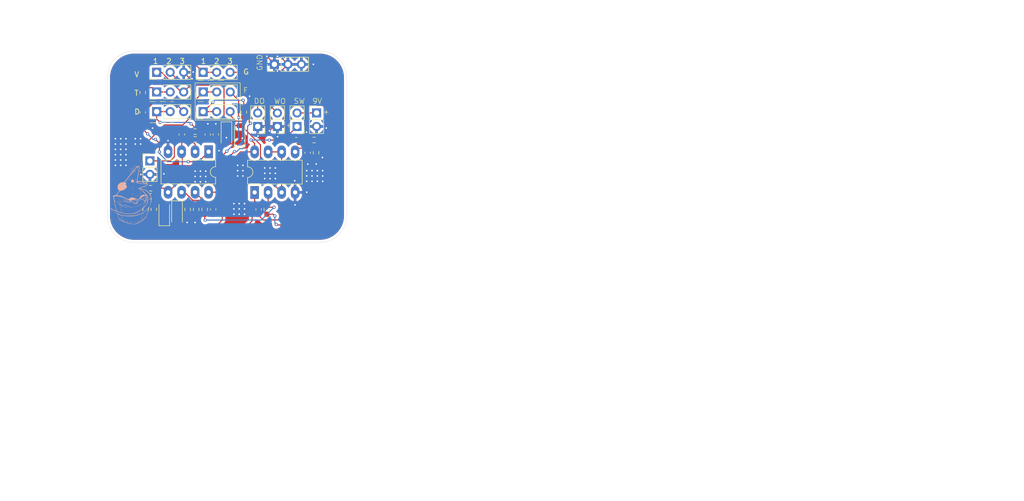
<source format=kicad_pcb>
(kicad_pcb (version 20240108) (generator "pcbnew") (generator_version "8.0")
  (layers (0 "F.Cu" signal) (31 "B.Cu" signal) (34 "B.Paste" user) (35 "F.Paste" user) (36 "B.SilkS" user "B.Silkscreen") (37 "F.SilkS" user "F.Silkscreen") (38 "B.Mask" user) (39 "F.Mask" user) (44 "Edge.Cuts" user))
  (net 0 "")
  (net 1 "Net-(C2-Pad2)")
  (net 2 "Net-(BT1-+)")
  (net 3 "Net-(C2-Pad1)")
  (net 4 "Net-(U1A--)")
  (net 5 "Net-(J1-Pin_1)")
  (net 6 "Net-(C3-Pad2)")
  (net 7 "GND")
  (net 8 "Net-(C5-Pad2)")
  (net 9 "Net-(D1-K)")
  (net 10 "Net-(J2-Pin_2)")
  (net 11 "Net-(C5-Pad1)")
  (net 12 "Net-(U1B-+)")
  (net 13 "+9V")
  (net 14 "BiasVoltage")
  (net 15 "Net-(DualPot1-Pad1)")
  (net 16 "Net-(C8-Pad1)")
  (net 17 "Net-(J5-Pin_2)")
  (net 18 "Net-(R1-Pad2)")
  (net 19 "Net-(R8-Pad2)")
  (net 20 "Net-(U2A--)")
  (net 21 "Net-(U2B-+)")
  (net 22 "Net-(R13-Pad2)")
  (net 23 "Net-(D3-A)")
  (net 24 "Net-(D3-K)")
  (net 25 "Net-(R3-Pad2)")
  (footprint "Connector_PinHeader_2.54mm:PinHeader_1x02_P2.54mm_Vertical" (layer "F.Cu") (at 80.28 89.195 180)
    (property "Reference" "J2" (hide yes))
    (property "Value" "OUTPUT")
  )
  (footprint "Resistor_SMD:R_0603_1608Metric_Pad0.98x0.95mm_HandSolder" (layer "F.Cu") (at 58.655 82.8125 90)
    (property "Reference" "R1" (hide yes))
    (property "Value" "2k")
  )
  (footprint "Capacitor_SMD:C_0603_1608Metric_Pad1.08x0.95mm_HandSolder" (layer "F.Cu") (at 89.68 94.14 -90)
    (property "Reference" "C9" (hide yes))
    (property "Value" "1u?")
  )
  (footprint "Capacitor_SMD:C_0603_1608Metric_Pad1.08x0.95mm_HandSolder" (layer "F.Cu") (at 60.15 102.315 180)
    (property "Reference" "C7" (hide yes))
    (property "Value" "100n")
  )
  (footprint "Diode_SMD:D_SOD-123" (layer "F.Cu") (at 62.7 105.5 90)
    (property "Reference" "D3" (hide yes))
    (property "Value" "1n4148")
  )
  (footprint "Connector_PinHeader_2.54mm:PinHeader_1x03_P2.54mm_Vertical" (layer "F.Cu") (at 61.275 79 90)
    (property "Reference" "RV2" (hide yes))
    (property "Value" "Volume")
  )
  (footprint "Capacitor_SMD:C_0603_1608Metric_Pad1.08x0.95mm_HandSolder" (layer "F.Cu") (at 87.53 91.76)
    (property "Reference" "C6" (hide yes))
    (property "Value" "1u?")
  )
  (footprint "Connector_PinHeader_2.54mm:PinHeader_1x03_P2.54mm_Vertical" (layer "F.Cu") (at 70.015 79 90)
    (property "Reference" "RV5" (hide yes))
    (property "Value" "Gain10k?")
  )
  (footprint "Resistor_SMD:R_0603_1608Metric_Pad0.98x0.95mm_HandSolder" (layer "F.Cu") (at 68.7 104.7875 -90)
    (property "Reference" "R7" (hide yes))
    (property "Value" "2k2")
  )
  (footprint "Resistor_SMD:R_0603_1608Metric_Pad0.98x0.95mm_HandSolder" (layer "F.Cu") (at 68.5 90.16)
    (property "Reference" "R3" (hide yes))
    (property "Value" "47k")
  )
  (footprint "Resistor_SMD:R_0603_1608Metric_Pad0.98x0.95mm_HandSolder" (layer "F.Cu") (at 91.26 94.14 -90)
    (property "Reference" "R11" (hide yes))
    (property "Value" "1M")
  )
  (footprint "Resistor_SMD:R_0603_1608Metric_Pad0.98x0.95mm_HandSolder" (layer "F.Cu") (at 60.734285 104.7875 90)
    (property "Reference" "R5" (hide yes))
    (property "Value" "4k7")
  )
  (footprint "Resistor_SMD:R_0603_1608Metric_Pad0.98x0.95mm_HandSolder" (layer "F.Cu") (at 77.655 86.5 90)
    (property "Reference" "R8" (hide yes))
    (property "Value" "100")
  )
  (footprint "Resistor_SMD:R_0603_1608Metric_Pad0.98x0.95mm_HandSolder" (layer "F.Cu") (at 68.5 91.62 180)
    (property "Reference" "R2" (hide yes))
    (property "Value" "10k")
  )
  (footprint "Connector_PinHeader_2.54mm:PinHeader_1x03_P2.54mm_Vertical" (layer "F.Cu") (at 83.42 77.5 90)
    (property "Reference" "J6" (hide yes))
    (property "Value" "GND connections")
  )
  (footprint "Connector_PinHeader_2.54mm:PinHeader_1x02_P2.54mm_Vertical" (layer "F.Cu") (at 91.35 86.645)
    (property "Reference" "BT1" (hide yes))
    (property "Value" "9V")
  )
  (footprint "Resistor_SMD:R_0603_1608Metric_Pad0.98x0.95mm_HandSolder" (layer "F.Cu") (at 70.3 104.7875 -90)
    (property "Reference" "R12" (hide yes))
    (property "Value" "10k")
  )
  (footprint "Connector_PinHeader_2.54mm:PinHeader_1x03_P2.54mm_Vertical" (layer "F.Cu") (at 61.275 82.7 90)
    (property "Reference" "RV1" (hide yes))
    (property "Value" "20k? tone")
  )
  (footprint "Connector_PinHeader_2.54mm:PinHeader_1x02_P2.54mm_Vertical" (layer "F.Cu") (at 60 95.66)
    (property "Reference" "J1" (hide yes))
    (property "Value" "INPUT")
  )
  (footprint "Resistor_SMD:R_0603_1608Metric_Pad0.98x0.95mm_HandSolder" (layer "F.Cu") (at 59.2 104.7875 -90)
    (property "Reference" "R6" (hide yes))
    (property "Value" "2k2")
  )
  (footprint "Capacitor_SMD:C_0603_1608Metric_Pad1.08x0.95mm_HandSolder" (layer "F.Cu") (at 71.9 104.7875 -90)
    (property "Reference" "C5" (hide yes))
    (property "Value" "100n")
  )
  (footprint "Diode_SMD:D_SOD-123" (layer "F.Cu") (at 74.4 90.68 -90)
    (property "Reference" "D1" (hide yes))
    (property "Value" "1n4148")
  )
  (footprint "Package_DIP:DIP-8_W7.62mm_LongPads" (layer "F.Cu") (at 71.04 93.945 -90)
    (property "Reference" "U1" (hide yes))
    (property "Value" "NE5532")
  )
  (footprint "Resistor_SMD:R_0603_1608Metric_Pad0.98x0.95mm_HandSolder" (layer "F.Cu") (at 60.15 100.8075)
    (property "Reference" "R10" (hide yes))
    (property "Value" "100")
  )
  (footprint "Resistor_SMD:R_0603_1608Metric_Pad0.98x0.95mm_HandSolder" (layer "F.Cu") (at 82 104.7875 -90)
    (property "Reference" "R13" (hide yes))
    (property "Value" "100?")
  )
  (footprint "Connector_PinHeader_2.54mm:PinHeader_1x03_P2.54mm_Vertical" (layer "F.Cu") (at 70.03 82.7 90)
    (property "Reference" "DualPot1" (hide yes))
    (property "Value" "100k")
  )
  (footprint "Package_DIP:DIP-8_W7.62mm_LongPads" (layer "F.Cu") (at 79.7 101.595 90)
    (property "Reference" "U2" (hide yes))
    (property "Value" "NE5532")
  )
  (footprint "Capacitor_SMD:C_0603_1608Metric_Pad1.08x0.95mm_HandSolder" (layer "F.Cu") (at 72.4 90.7 90)
    (property "Reference" "C4" (hide yes))
    (property "Value" "100n")
  )
  (footprint "Diode_SMD:D_SOD-123" (layer "F.Cu") (at 76.9 90.6775 90)
    (property "Reference" "D2" (hide yes))
    (property "Value" "1n4148")
  )
  (footprint "Capacitor_SMD:C_0603_1608Metric_Pad1.08x0.95mm_HandSolder" (layer "F.Cu") (at 80.45 104.7875 -90)
    (property "Reference" "C8" (hide yes))
    (property "Value" "100n")
  )
  (footprint "Connector_PinHeader_2.54mm:PinHeader_1x02_P2.54mm_Vertical" (layer "F.Cu") (at 83.98 89.195 180)
    (property "Reference" "J5" (hide yes))
    (property "Value" "OUTPUT")
  )
  (footprint "Resistor_SMD:R_0603_1608Metric_Pad0.98x0.95mm_HandSolder" (layer "F.Cu") (at 90.89 91.74)
    (property "Reference" "R9" (hide yes))
    (property "Value" "1M")
  )
  (footprint "Diode_SMD:D_SOD-123" (layer "F.Cu") (at 65.1 105.545 -90)
    (property "Reference" "D4" (hide yes))
    (property "Value" "1n4148")
  )
  (footprint "Capacitor_SMD:C_0603_1608Metric_Pad1.08x0.95mm_HandSolder" (layer "F.Cu") (at 66 90.7 -90)
    (property "Reference" "C1" (hide yes))
    (property "Value" "10n")
  )
  (footprint "Connector_PinHeader_2.54mm:PinHeader_1x03_P2.54mm_Vertical" (layer "F.Cu") (at 70.015 86.4 90)
    (property "Reference" "RV4" (hide yes))
    (property "Value" "DualPot2")
  )
  (footprint "Resistor_SMD:R_0603_1608Metric_Pad0.98x0.95mm_HandSolder" (layer "F.Cu") (at 67.1 104.7875 90)
    (property "Reference" "R4" (hide yes))
    (property "Value" "4k7")
  )
  (footprint "Connector_PinHeader_2.54mm:PinHeader_1x03_P2.54mm_Vertical" (layer "F.Cu") (at 61.275 86.4 90)
    (property "Reference" "RV3" (hide yes))
    (property "Value" "Gain/distortion")
  )
  (footprint "Capacitor_SMD:C_0603_1608Metric_Pad1.08x0.95mm_HandSolder" (layer "F.Cu") (at 70.9 90.7 -90)
    (property "Reference" "C3" (hide yes))
    (property "Value" "10u")
  )
  (footprint "Connector_PinHeader_2.54mm:PinHeader_1x02_P2.54mm_Vertical" (layer "F.Cu") (at 87.68 89.195 180)
    (property "Reference" "J4" (hide yes))
    (property "Value" "PWR switch")
  )
  (footprint "Capacitor_SMD:C_0603_1608Metric_Pad1.08x0.95mm_HandSolder" (layer "F.Cu") (at 58.655 86.5375 90)
    (property "Reference" "C2" (hide yes))
    (property "Value" "10n")
  )
  (footprint "LOGO" (layer "B.Cu") (at 56.4 102.06 180)
    (property "Reference" "G***" (hide yes))
    (property "Value" "LOGO" (hide yes))
  )
  (gr_line (start 69 84.5) (end 74 84.5) (stroke (width 0.1) (type dash_dot)) (layer "F.SilkS"))
  (gr_line (start 69 80.5) (end 74 80.5) (stroke (width 0.1) (type dash_dot)) (layer "F.SilkS"))
  (gr_line (start 60 84.5) (end 64.5 84.5) (stroke (width 0.1) (type dash_dot)) (layer "F.SilkS"))
  (gr_rect (start 68.5 81) (end 77 88) (stroke (width 0.1)) (fill none) (layer "F.SilkS"))
  (gr_line (start 60 88.5) (end 64.5 88.5) (stroke (width 0.1) (type dash_dot)) (layer "F.SilkS"))
  (gr_line (start 92 75) (end 57 75) (stroke (width 0.05)) (layer "Edge.Cuts"))
  (gr_arc (start 97 106) (mid 95.535534 109.535534) (end 92 111) (stroke (width 0.05)) (layer "Edge.Cuts"))
  (gr_line (start 57 111) (end 92 111) (stroke (width 0.05)) (layer "Edge.Cuts"))
  (gr_line (start 52 80) (end 52 106) (stroke (width 0.05)) (layer "Edge.Cuts"))
  (gr_arc (start 57 111) (mid 53.464466 109.535534) (end 52 106) (stroke (width 0.05)) (layer "Edge.Cuts"))
  (gr_line (start 97 106) (end 97 80) (stroke (width 0.05)) (layer "Edge.Cuts"))
  (gr_arc (start 52 80) (mid 53.464466 76.464466) (end 57 75) (stroke (width 0.05)) (layer "Edge.Cuts"))
  (gr_arc (start 92 75) (mid 95.535534 76.464466) (end 97 80) (stroke (width 0.05)) (layer "Edge.Cuts"))
  (gr_text "F" (at 77.5 83 0) (layer "F.SilkS") (effects (font (size 1 1) (thickness 0.1)) (justify left bottom)))
  (gr_text "G" (at 77.5 79.5 0) (layer "F.SilkS") (effects (font (size 1 1)) (justify left bottom)))
  (gr_text "1" (at 60.5 77.5 0) (layer "F.SilkS") (effects (font (size 1 1)) (justify left bottom)))
  (gr_text "+\n" (at 85.5 89.5 0) (layer "F.SilkS") (effects (font (size 1 1) (thickness 0.1)) (justify left bottom)))
  (gr_text "3" (at 65.5 77.5 0) (layer "F.SilkS") (effects (font (size 1 1)) (justify left bottom)))
  (gr_text "2" (at 72 77.5 0) (layer "F.SilkS") (effects (font (size 1 1)) (justify left bottom)))
  (gr_text "1" (at 69.5 77.5 0) (layer "F.SilkS") (effects (font (size 1 1)) (justify left bottom)))
  (gr_text "D" (at 57 87 0) (layer "F.SilkS") (effects (font (size 1 1)) (justify left bottom)))
  (gr_text "GND" (at 81.25 78.75 90) (layer "F.SilkS") (effects (font (size 1 1) (thickness 0.1)) (justify left bottom)))
  (gr_text "V" (at 57 80 0) (layer "F.SilkS") (effects (font (size 1 1)) (justify left bottom)))
  (gr_text "SW" (at 87 85 0) (layer "F.SilkS") (effects (font (size 1 1) (thickness 0.1)) (justify left bottom)))
  (gr_text "3" (at 74.5 77.5 0) (layer "F.SilkS") (effects (font (size 1 1)) (justify left bottom)))
  (gr_text "9V" (at 90.5 85 0) (layer "F.SilkS") (effects (font (size 1 1) (thickness 0.1)) (justify left bottom)))
  (gr_text "WO" (at 83.31 85.03 0) (layer "F.SilkS") (effects (font (size 1 1) (thickness 0.1)) (justify left bottom)))
  (gr_text "+\n" (at 92.5 87 0) (layer "F.SilkS") (effects (font (size 1 1) (thickness 0.1)) (justify left bottom)))
  (gr_text "T" (at 57 83.5 0) (layer "F.SilkS") (effects (font (size 1 1)) (justify left bottom)))
  (gr_text "DO" (at 79.5 85 0) (layer "F.SilkS") (effects (font (size 1 1) (thickness 0.1)) (justify left bottom)))
  (gr_text "2" (at 63 77.5 0) (layer "F.SilkS") (effects (font (size 1 1)) (justify left bottom)))
  (segment (start 58.655 85.675) (end 58.655 83.725) (width 0.2) (layer "F.Cu") (net 1))
  (segment (start 87.69 86.645) (end 87.68 86.655) (width 0.2) (layer "F.Cu") (net 2))
  (segment (start 91.35 86.645) (end 87.69 86.645) (width 0.2) (layer "F.Cu") (net 2))
  (segment (start 61.79 93.98) (end 61.79 92.36) (width 0.2) (layer "F.Cu") (net 3))
  (segment (start 64.585 84.63) (end 60.745 84.63) (width 0.2) (layer "F.Cu") (net 3))
  (segment (start 69.165 95.82) (end 67.22 95.82) (width 0.2) (layer "F.Cu") (net 3))
  (segment (start 59.56 90.58) (end 58.655 89.675) (width 0.2) (layer "F.Cu") (net 3))
  (segment (start 59.43 86.625) (end 58.655 87.4) (width 0.2) (layer "F.Cu") (net 3))
  (segment (start 61.79 92.36) (end 61.05 91.62) (width 0.2) (layer "F.Cu") (net 3))
  (segment (start 60.745 84.63) (end 59.43 85.945) (width 0.2) (layer "F.Cu") (net 3))
  (segment (start 71.04 93.945) (end 69.165 95.82) (width 0.2) (layer "F.Cu") (net 3))
  (segment (start 58.655 89.675) (end 58.655 87.4) (width 0.2) (layer "F.Cu") (net 3))
  (segment (start 59.43 85.945) (end 59.43 86.625) (width 0.2) (layer "F.Cu") (net 3))
  (segment (start 66.355 87.1) (end 66.355 86.4) (width 0.2) (layer "F.Cu") (net 3))
  (segment (start 66.355 86.4) (end 64.585 84.63) (width 0.2) (layer "F.Cu") (net 3))
  (via (at 59.56 90.58) (size 0.6) (drill 0.3) (layers "F.Cu" "B.Cu") (net 3))
  (via (at 61.05 91.62) (size 0.6) (drill 0.3) (layers "F.Cu" "B.Cu") (net 3))
  (via (at 61.79 93.98) (size 0.6) (drill 0.3) (layers "F.Cu" "B.Cu") (net 3))
  (via (at 67.22 95.82) (size 0.6) (drill 0.3) (layers "F.Cu" "B.Cu") (net 3))
  (segment (start 61.05 91.62) (end 60.6 91.62) (width 0.2) (layer "B.Cu") (net 3))
  (segment (start 67.22 95.82) (end 63.339365 95.82) (width 0.2) (layer "B.Cu") (net 3))
  (segment (start 61.79 94.270635) (end 61.79 93.98) (width 0.2) (layer "B.Cu") (net 3))
  (segment (start 63.339365 95.82) (end 61.79 94.270635) (width 0.2) (layer "B.Cu") (net 3))
  (segment (start 60.6 91.62) (end 59.56 90.58) (width 0.2) (layer "B.Cu") (net 3))
  (segment (start 67.5875 90.16) (end 67.5875 91.62) (width 0.2) (layer "F.Cu") (net 4))
  (segment (start 68.5 93.945) (end 68.5 92.5325) (width 0.2) (layer "F.Cu") (net 4))
  (segment (start 67.6875 91.62) (end 67.6875 91.6875) (width 0.2) (layer "F.Cu") (net 4))
  (segment (start 68.5 92.5325) (end 67.5875 91.62) (width 0.2) (layer "F.Cu") (net 4))
  (segment (start 67.6875 91.6875) (end 68 92) (width 0.2) (layer "F.Cu") (net 4))
  (segment (start 64.6 94.9) (end 64.6 91.2375) (width 0.2) (layer "F.Cu") (net 5))
  (segment (start 64.6 94.9) (end 63.84 95.66) (width 0.2) (layer "F.Cu") (net 5))
  (segment (start 63.84 95.66) (end 60 95.66) (width 0.2) (layer "F.Cu") (net 5))
  (segment (start 64.6 91.2375) (end 66 89.8375) (width 0.2) (layer "F.Cu") (net 5))
  (segment (start 69.4125 91.62) (end 70.8425 91.62) (width 0.2) (layer "F.Cu") (net 6))
  (segment (start 70.8425 91.62) (end 70.9 91.5625) (width 0.2) (layer "F.Cu") (net 6))
  (segment (start 89.465 101.595) (end 89.5 101.56) (width 0.2) (layer "F.Cu") (net 7))
  (segment (start 91.26 95.0525) (end 91.26 96.21) (width 0.2) (layer "F.Cu") (net 7))
  (segment (start 80.28 89.195) (end 80.28 90.93147) (width 0.2) (layer "F.Cu") (net 7))
  (segment (start 80.28 90.93147) (end 80.339265 90.990735) (width 0.2) (layer "F.Cu") (net 7))
  (segment (start 88.3925 91.76) (end 88.3925 91.3275) (width 0.2) (layer "F.Cu") (net 7))
  (segment (start 67.565 80.21) (end 67.94 80.21) (width 0.2) (layer "F.Cu") (net 7))
  (segment (start 58.3 98.22) (end 58.32 98.2) (width 0.2) (layer "F.Cu") (net 7))
  (segment (start 83.98 89.195) (end 83.305 89.195) (width 0.2) (layer "F.Cu") (net 7))
  (segment (start 91.26 96.21) (end 91.29 96.24) (width 0.2) (layer "F.Cu") (net 7))
  (segment (start 89.68 95.0025) (end 89.68 96.25) (width 0.2) (layer "F.Cu") (net 7))
  (segment (start 80.28 89.195) (end 83.98 89.195) (width 0.2) (layer "F.Cu") (net 7))
  (segment (start 72.4 89.8375) (end 72.4 88.7) (width 0.2) (layer "F.Cu") (net 7))
  (segment (start 63.42 91.87) (end 63.41 91.86) (width 0.2) (layer "F.Cu") (net 7))
  (segment (start 58.32 98.2) (end 60 98.2) (width 0.2) (layer "F.Cu") (net 7))
  (segment (start 83.98 91.09) (end 84 91.11) (width 0.2) (layer "F.Cu") (net 7))
  (segment (start 68.09 79) (end 68.14 78.95) (width 0.2) (layer "F.Cu") (net 7))
  (segment (start 76.9 92.3275) (end 76.9 91.9) (width 0.2) (layer "F.Cu") (net 7))
  (segment (start 84.46 76) (end 85.96 77.5) (width 0.2) (layer "F.Cu") (net 7))
  (segment (start 89.73 95.0525) (end 89.68 95.0025) (width 0.2) (layer "F.Cu") (net 7))
  (segment (start 66.355 79) (end 68.09 79) (width 0.2) (layer "F.Cu") (net 7))
  (segment (start 88.3925 91.3275) (end 89.46 90.26) (width 0.2) (layer "F.Cu") (net 7))
  (segment (start 70.9 89.8375) (end 72.4 89.8375) (width 0.2) (layer "F.Cu") (net 7))
  (segment (start 88.5 77.5) (end 90.75 77.5) (width 0.2) (layer "F.Cu") (net 7))
  (segment (start 83.42 77.42) (end 82 76) (width 0.2) (layer "F.Cu") (net 7))
  (segment (start 87.32 101.595) (end 89.465 101.595) (width 0.2) (layer "F.Cu") (net 7))
  (segment (start 87.32 101.595) (end 87.32 99.49) (width 0.2) (layer "F.Cu") (net 7))
  (segment (start 89.68 96.25) (end 89.7 96.27) (width 0.2) (layer "F.Cu") (net 7))
  (segment (start 87.32 99.49) (end 87.24 99.41) (width 0.2) (layer "F.Cu") (net 7))
  (segment (start 66.355 79) (end 67.565 80.21) (width 0.2) (layer "F.Cu") (net 7))
  (segment (start 91.26 95.0525) (end 92.4375 95.0525) (width 0.2) (layer "F.Cu") (net 7))
  (segment (start 76.9 92.3275) (end 74.4025 92.3275) (width 0.2) (layer "F.Cu") (net 7))
  (segment (start 70.9 89.8375) (end 70.9 88.7) (width 0.2) (layer "F.Cu") (net 7))
  (segment (start 60 98.2) (end 62.52 98.2) (width 0.2) (layer "F.Cu") (net 7))
  (segment (start 83.305 89.195) (end 82.5 90) (width 0.2) (layer "F.Cu") (net 7))
  (segment (start 62.52 98.2) (end 62.62 98.1) (width 0.2) (layer "F.Cu") (net 7))
  (segment (start 83.42 77.5) (end 83.42 77.42) (width 0.2) (layer "F.Cu") (net 7))
  (segment (start 84.71 78.75) (end 84 78.75) (width 0.2) (layer "F.Cu") (net 7))
  (segment (start 83.98 89.195) (end 83.98 91.09) (width 0.2) (layer "F.Cu") (net 7))
  (segment (start 85.96 77.5) (end 84.71 78.75) (width 0.2) (layer "F.Cu") (net 7))
  (segment (start 87.32 103.92) (end 87.3 103.94) (width 0.2) (layer "F.Cu") (net 7))
  (segment (start 63.42 93.945) (end 63.42 91.87) (width 0.2) (layer "F.Cu") (net 7))
  (segment (start 92.4375 95.0525) (end 92.46 95.03) (width 0.2) (layer "F.Cu") (net 7))
  (segment (start 74.4 92.33) (end 74.4 91.3) (width 0.2) (layer "F.Cu") (net 7))
  (segment (start 76.9 91.9) (end 77.4 91.4) (width 0.2) (layer "F.Cu") (net 7))
  (segment (start 91.35 89.185) (end 92.875 89.185) (width 0.2) (layer "F.Cu") (net 7))
  (segment (start 92.875 89.185) (end 93.18 89.49) (width 0.2) (layer "F.Cu") (net 7))
  (segment (start 91.26 95.0525) (end 89.73 95.0525) (width 0.2) (layer "F.Cu") (net 7))
  (segment (start 87.32 101.595) (end 87.32 103.92) (width 0.2) (layer "F.Cu") (net 7))
  (segment (start 84 76) (end 84.46 76) (width 0.2) (layer "F.Cu") (net 7))
  (segment (start 74.4025 92.3275) (end 74.4 92.33) (width 0.2) (layer "F.Cu") (net 7))
  (via (at 68.5 107.25) (size 0.6) (drill 0.3) (layers "F.Cu" "B.Cu") (net 7))
  (via (at 91.29 96.24) (size 0.6) (drill 0.3) (layers "F.Cu" "B.Cu") (net 7))
  (via (at 69.5 97.6) (size 0.6) (drill 0.3) (layers "F.Cu" "B.Cu") (net 7))
  (via (at 87.24 99.41) (size 0.6) (drill 0.3) (layers "F.Cu" "B.Cu") (net 7))
  (via (at 82.6 99) (size 0.6) (drill 0.3) (layers "F.Cu" "B.Cu") (net 7))
  (via (at 76.5 98.5) (size 0.6) (drill 0.3) (layers "F.Cu" "B.Cu") (net 7))
  (via (at 83.6 99) (size 0.6) (drill 0.3) (layers "F.Cu" "B.Cu") (net 7))
  (via (at 75.8 105.7) (size 0.6) (drill 0.3) (layers "F.Cu" "B.Cu") (net 7))
  (via (at 54.5 95.5) (size 0.6) (drill 0.3) (layers "F.Cu" "B.Cu") (net 7))
  (via (at 90.5 97.5) (size 0.6) (drill 0.3) (layers "F.Cu" "B.Cu") (net 7))
  (via (at 76.5 96.5) (size 0.6) (drill 0.3) (layers "F.Cu" "B.Cu") (net 7))
  (via (at 92.46 95.03) (size 0.6) (drill 0.3) (layers "F.Cu" "B.Cu") (net 7))
  (via (at 53.5 94.5) (size 0.6) (drill 0.3) (layers "F.Cu" "B.Cu") (net 7))
  (via (at 75.8 103.7) (size 0.6) (drill 0.3) (layers "F.Cu" "B.Cu") (net 7))
  (via (at 57.25 92.5) (size 0.6) (drill 0.3) (layers "F.Cu" "B.Cu") (net 7))
  (via (at 55.5 95.5) (size 0.6) (drill 0.3) (layers "F.Cu" "B.Cu") (net 7))
  (via (at 76.8 104.7) (size 0.6) (drill 0.3) (layers "F.Cu" "B.Cu") (net 7))
  (via (at 68.5 99.6) (size 0.6) (drill 0.3) (layers "F.Cu" "B.Cu") (net 7))
  (via (at 90.5 99.5) (size 0.6) (drill 0.3) (layers "F.Cu" "B.Cu") (net 7))
  (via (at 75.8 104.7) (size 0.6) (drill 0.3) (layers "F.Cu" "B.Cu") (net 7))
  (via (at 70.5 99.6) (size 0.6) (drill 0.3) (layers "F.Cu" "B.Cu") (net 7))
  (via (at 70.5 97.6) (size 0.6) (drill 0.3) (layers "F.Cu" "B.Cu") (net 7))
  (via (at 54.5 94.5) (size 0.6) (drill 0.3) (layers "F.Cu" "B.Cu") (net 7))
  (via (at 57.25 91.5) (size 0.6) (drill 0.3) (layers "F.Cu" "B.Cu") (net 7))
  (via (at 90.75 77.5) (size 0.6) (drill 0.3) (layers "F.Cu" "B.Cu") (net 7))
  (via (at 91.5 97.5) (size 0.6) (drill 0.3) (layers "F.Cu" "B.Cu") (net 7))
  (via (at 69.5 99.6) (size 0.6) (drill 0.3) (layers "F.Cu" "B.Cu") (net 7))
  (via (at 54.5 96.5) (size 0.6) (drill 0.3) (layers "F.Cu" "B.Cu") (net 7))
  (via (at 82 76) (size 0.6) (drill 0.3) (layers "F.Cu" "B.Cu") (net 7))
  (via (at 76.8 105.7) (size 0.6) (drill 0.3) (layers "F.Cu" "B.Cu") (net 7))
  (via (at 77.4 91.4) (size 0.6) (drill 0.3) (layers "F.Cu" "B.Cu") (net 7))
  (via (at 76.5 97.5) (size 0.6) (drill 0.3) (layers "F.Cu" "B.Cu") (net 7))
  (via (at 92.5 97.5) (size 0.6) (drill 0.3) (layers "F.Cu" "B.Cu") (net 7))
  (via (at 89.7 96.27) (size 0.6) (drill 0.3) (layers "F.Cu" "B.Cu") (net 7))
  (via (at 93.18 89.49) (size 0.6) (drill 0.3) (layers "F.Cu" "B.Cu") (net 7))
  (via (at 83.6 98) (size 0.6) (drill 0.3) (layers "F.Cu" "B.Cu") (net 7))
  (via (at 70.9 88.7) (size 0.6) (drill 0.3) (layers "F.Cu" "B.Cu") (net 7))
  (via (at 55.5 91.5) (size 0.6) (drill 0.3) (layers "F.Cu" "B.Cu") (net 7))
  (via (at 77.8 105.7) (size 0.6) (drill 0.3) (layers "F.Cu" "B.Cu") (net 7))
  (via (at 62.62 98.1) (size 0.6) (drill 0.3) (layers "F.Cu" "B.Cu") (net 7))
  (via (at 55.5 96.5) (size 0.6) (drill 0.3) (layers "F.Cu" "B.Cu") (net 7))
  (via (at 84 91.11) (size 0.6) (drill 0.3) (layers "F.Cu" "B.Cu") (net 7))
  (via (at 89.46 90.26) (size 0.6) (drill 0.3) (layers "F.Cu" "B.Cu") (net 7))
  (via (at 58.25 91.5) (size 0.6) (drill 0.3) (layers "F.Cu" "B.Cu") (net 7))
  (via (at 82.5 90) (size 0.6) (drill 0.3) (layers "F.Cu" "B.Cu") (net 7))
  (via (at 92.5 98.5) (size 0.6) (drill 0.3) (layers "F.Cu" "B.Cu") (net 7))
  (via (at 77.8 103.7) (size 0.6) (drill 0.3) (layers "F.Cu" "B.Cu") (net 7))
  (via (at 58.25 92.5) (size 0.6) (drill 0.3) (layers "F.Cu" "B.Cu") (net 7))
  (via (at 91.5 99.5) (size 0.6) (drill 0.3) (layers "F.Cu" "B.Cu") (net 7))
  (via (at 55.5 92.5) (size 0.6) (drill 0.3) (layers "F.Cu" "B.Cu") (net 7))
  (via (at 89.5 98.5) (size 0.6) (drill 0.3) (layers "F.Cu" "B.Cu") (net 7))
  (via (at 82.6 97) (size 0.6) (drill 0.3) (layers "F.Cu" "B.Cu") (net 7))
  (via (at 72.4 88.7) (size 0.6) (drill 0.3) (layers "F.Cu" "B.Cu") (net 7))
  (via (at 68.5 97.6) (size 0.6) (drill 0.3) (layers "F.Cu" "B.Cu") (net 7))
  (via (at 91.5 98.5) (size 0.6) (drill 0.3) (layers "F.Cu" "B.Cu") (net 7))
  (via (at 53.5 95.5) (size 0.6) (drill 0.3) (layers "F.Cu" "B.Cu") (net 7))
  (via (at 74.4 91.3) (size 0.6) (drill 0.3) (layers "F.Cu" "B.Cu") (net 7))
  (via (at 68.5 98.6) (size 0.6) (drill 0.3) (layers "F.Cu" "B.Cu") (net 7))
  (via (at 78.75 83.5) (size 0.6) (drill 0.3) (layers "F.Cu" "B.Cu") (net 7))
  (via (at 84 78.75) (size 0.6) (drill 0.3) (layers "F.Cu" "B.Cu") (net 7))
  (via (at 68.14 78.95) (size 0.6) (drill 0.3) (layers "F.Cu" "B.Cu") (net 7))
  (via (at 53.5 93.5) (size 0.6) (drill 0.3) (layers "F.Cu" "B.Cu") (net 7))
  (via (at 77.5 97.5) (size 0.6) (drill 0.3) (layers "F.Cu" "B.Cu") (net 7))
  (via (at 83.6 97) (size 0.6) (drill 0.3) (layers "F.Cu" "B.Cu") (net 7))
  (via (at 90.5 98.5) (size 0.6) (drill 0.3) (layers "F.Cu" "B.Cu") (net 7))
  (via (at 54.5 92.5) (size 0.6) (drill 0.3) (layers "F.Cu" "B.Cu") (net 7))
  (via (at 87.3 103.94) (size 0.6) (drill 0.3) (layers "F.Cu" "B.Cu") (net 7))
  (via (at 80.339265 90.990735) (size 0.6) (drill 0.3) (layers "F.Cu" "B.Cu") (net 7))
  (via (at 55.5 93.5) (size 0.6) (drill 0.3) (layers "F.Cu" "B.Cu") (net 7))
  (via (at 58.3 98.22) (size 0.6) (drill 0.3) (layers "F.Cu" "B.Cu") (net 7))
  (via (at 81.6 98) (size 0.6) (drill 0.3) (layers "F.Cu" "B.Cu") (net 7))
  (via (at 53.5 96.5) (size 0.6) (drill 0.3) (layers "F.Cu" "B.Cu") (net 7))
  (via (at 76.8 103.7) (size 0.6) (drill 0.3) (layers "F.Cu" "B.Cu") (net 7))
  (via (at 53.5 92.5) (size 0.6) (drill 0.3) (layers "F.Cu" "B.Cu") (net 7))
  (via (at 77.5 96.5) (size 0.6) (drill 0.3) (layers "F.Cu" "B.Cu") (net 7))
  (via (at 54.5 93.5) (size 0.6) (drill 0.3) (layers "F.Cu" "B.Cu") (net 7))
  (via (at 63.41 91.86) (size 0.6) (drill 0.3) (layers "F.Cu" "B.Cu") (net 7))
  (via (at 60.5 89.5) (size 0.6) (drill 0.3) (layers "F.Cu" "B.Cu") (net 7))
  (via (at 82.6 98) (size 0.6) (drill 0.3) (layers "F.Cu" "B.Cu") (net 7))
  (via (at 55.5 94.5) (size 0.6) (drill 0.3) (layers "F.Cu" "B.Cu") (net 7))
  (via (at 77.8 104.7) (size 0.6) (drill 0.3) (layers "F.Cu" "B.Cu") (net 7))
  (via (at 89.5 101.56) (size 0.6) (drill 0.3) (layers "F.Cu" "B.Cu") (net 7))
  (via (at 53.5 91.5) (size 0.6) (drill 0.3) (layers "F.Cu" "B.Cu") (net 7))
  (via (at 69.5 98.6) (size 0.6) (drill 0.3) (layers "F.Cu" "B.Cu") (net 7))
  (via (at 81.6 97) (size 0.6) (drill 0.3) (layers "F.Cu" "B.Cu") (net 7))
  (via (at 73 93.75) (size 0.6) (drill 0.3) (layers "F.Cu" "B.Cu") (net 7))
  (via (at 89.5 97.5) (size 0.6) (drill 0.3) (layers "F.Cu" "B.Cu") (net 7))
  (via (at 70.5 98.6) (size 0.6) (drill 0.3) (layers "F.Cu" "B.Cu") (net 7))
  (via (at 84 76) (size 0.6) (drill 0.3) (layers "F.Cu" "B.Cu") (net 7))
  (via (at 67.94 80.21) (size 0.6) (drill 0.3) (layers "F.Cu" "B.Cu") (net 7))
  (via (at 81.6 99) (size 0.6) (drill 0.3) (layers "F.Cu" "B.Cu") (net 7))
  (via (at 89.5 99.5) (size 0.6) (drill 0.3) (layers "F.Cu" "B.Cu") (net 7))
  (via (at 77.5 98.5) (size 0.6) (drill 0.3) (layers "F.Cu" "B.Cu") (net 7))
  (via (at 67 107.25) (size 0.6) (drill 0.3) (layers "F.Cu" "B.Cu") (net 7))
  (via (at 54.5 91.5) (size 0.6) (drill 0.3) (layers "F.Cu" "B.Cu") (net 7))
  (via (at 92.5 99.5) (size 0.6) (drill 0.3) (layers "F.Cu" "B.Cu") (net 7))
  (segment (start 75.095 87.095) (end 75.095 86.4) (width 0.2) (layer "F.Cu") (net 8))
  (segment (start 77.8 89.64) (end 77.8 88.578804) (width 0.2) (layer "F.Cu") (net 8))
  (segment (start 76.2 88.2) (end 75.095 87.095) (width 0.2) (layer "F.Cu") (net 8))
  (segment (start 80.8 92.64) (end 77.8 89.64) (width 0.2) (layer "F.Cu") (net 8))
  (segment (start 71.9 105.65) (end 80.8 96.75) (width 0.2) (layer "F.Cu") (net 8))
  (segment (start 77.8 88.578804) (end 77.421196 88.2) (width 0.2) (layer "F.Cu") (net 8))
  (segment (start 80.8 96.75) (end 80.8 92.64) (width 0.2) (layer "F.Cu") (net 8))
  (segment (start 77.421196 88.2) (end 76.2 88.2) (width 0.2) (layer "F.Cu") (net 8))
  (segment (start 73.64 81.42) (end 67.635 81.42) (width 0.2) (layer "F.Cu") (net 9))
  (segment (start 73.945 81.725) (end 73.64 81.42) (width 0.2) (layer "F.Cu") (net 9))
  (segment (start 74.4 89.03) (end 76.624314 89.03) (width 0.2) (layer "F.Cu") (net 9))
  (segment (start 66.355 82.7) (end 65.888654 82.7) (width 0.2) (layer "F.Cu") (net 9))
  (segment (start 73.945 81.725) (end 73.945 88.575) (width 0.2) (layer "F.Cu") (net 9))
  (segment (start 67.635 81.42) (end 66.355 82.7) (width 0.2) (layer "F.Cu") (net 9))
  (segment (start 74.4 89.5625) (end 72.4 91.5625) (width 0.2) (layer "F.Cu") (net 9))
  (segment (start 65.888654 82.7) (end 62.188654 79) (width 0.2) (layer "F.Cu") (net 9))
  (segment (start 62.188654 79) (end 61.275 79) (width 0.2) (layer "F.Cu") (net 9))
  (segment (start 74.4 89.03) (end 74.4 89.5625) (width 0.2) (layer "F.Cu") (net 9))
  (segment (start 73.945 88.575) (end 74.4 89.03) (width 0.2) (layer "F.Cu") (net 9))
  (segment (start 76.624314 89.03) (end 76.760907 89.166593) (width 0.2) (layer "F.Cu") (net 9))
  (segment (start 80.28 83.89) (end 80.28 86.655) (width 0.2) (layer "F.Cu") (net 10))
  (segment (start 77.2 80.81) (end 80.28 83.89) (width 0.2) (layer "F.Cu") (net 10))
  (segment (start 65.625 80.81) (end 77.2 80.81) (width 0.2) (layer "F.Cu") (net 10))
  (segment (start 63.815 79) (end 65.625 80.81) (width 0.2) (layer "F.Cu") (net 10))
  (segment (start 71.85 103.875) (end 71.9 103.925) (width 0.2) (layer "F.Cu") (net 11))
  (segment (start 70.3 103.875) (end 70.3 103.365) (width 0.2) (layer "F.Cu") (net 11))
  (segment (start 68.7 105.7) (end 70.3 104.1) (width 0.2) (layer "F.Cu") (net 11))
  (segment (start 70.25 103.875) (end 70.3 103.925) (width 0.2) (layer "F.Cu") (net 11))
  (segment (start 70.3 103.875) (end 71.85 103.875) (width 0.2) (layer "F.Cu") (net 11))
  (segment (start 70.3 104.1) (end 70.3 103.875) (width 0.2) (layer "F.Cu") (net 11))
  (segment (start 70.3 103.365) (end 68.5 101.565) (width 0.2) (layer "F.Cu") (net 11))
  (segment (start 72.84 96.97) (end 75.09 94.72) (width 0.2) (layer "F.Cu") (net 12))
  (segment (start 62.6625 100.8075) (end 63.42 101.565) (width 0.2) (layer "F.Cu") (net 12))
  (segment (start 78.929998 88.6) (end 78.687498 88.3575) (width 0.2) (layer "F.Cu") (net 12))
  (segment (start 78.3125 87.4125) (end 77.655 87.4125) (width 0.2) (layer "F.Cu") (net 12))
  (segment (start 69.51 96.97) (end 72.84 96.97) (width 0.2) (layer "F.Cu") (net 12))
  (segment (start 68.015 96.97) (end 69.51 96.97) (width 0.2) (layer "F.Cu") (net 12))
  (segment (start 61.0625 100.8075) (end 62.6625 100.8075) (width 0.2) (layer "F.Cu") (net 12))
  (segment (start 78.687498 88.3575) (end 78.687498 87.787498) (width 0.2) (layer "F.Cu") (net 12))
  (segment (start 61.0625 102.265) (end 61.0125 102.315) (width 0.2) (layer "F.Cu") (net 12))
  (segment (start 63.42 101.565) (end 68.015 96.97) (width 0.2) (layer "F.Cu") (net 12))
  (segment (start 75.89 93.92) (end 75.9 93.92) (width 0.2) (layer "F.Cu") (net 12))
  (segment (start 61.0625 100.8075) (end 61.0625 102.265) (width 0.2) (layer "F.Cu") (net 12))
  (segment (start 75.09 94.72) (end 75.89 93.92) (width 0.2) (layer "F.Cu") (net 12))
  (segment (start 78.687498 87.787498) (end 78.3125 87.4125) (width 0.2) (layer "F.Cu") (net 12))
  (via (at 78.929998 88.6) (size 0.6) (drill 0.3) (layers "F.Cu" "B.Cu") (net 12))
  (via (at 75.9 93.92) (size 0.6) (drill 0.3) (layers "F.Cu" "B.Cu") (net 12))
  (segment (start 78.929998 88.6) (end 78.37 89.159998) (width 0.2) (layer "B.Cu") (net 12))
  (segment (start 76.89 93.36) (end 76.33 93.92) (width 0.2) (layer "B.Cu") (net 12))
  (segment (start 77.47 93.36) (end 76.89 93.36) (width 0.2) (layer "B.Cu") (net 12))
  (segment (start 78.37 89.159998) (end 78.37 92.46) (width 0.2) (layer "B.Cu") (net 12))
  (segment (start 76.33 93.92) (end 75.9 93.92) (width 0.2) (layer "B.Cu") (net 12))
  (segment (start 78.37 92.46) (end 77.47 93.36) (width 0.2) (layer "B.Cu") (net 12))
  (segment (start 88.886722 92.57) (end 87.870635 92.57) (width 0.2) (layer "F.Cu") (net 13))
  (segment (start 75.81 98.96) (end 73.205 101.565) (width 0.2) (layer "F.Cu") (net 13))
  (segment (start 87.060635 91.76) (end 86.6675 91.76) (width 0.2) (layer "F.Cu") (net 13))
  (segment (start 73.205 101.565) (end 71.04 101.565) (width 0.2) (layer "F.Cu") (net 13))
  (segment (start 75.81 95.21) (end 75.81 98.96) (width 0.2) (layer "F.Cu") (net 13))
  (segment (start 77.045 93.975) (end 75.81 95.21) (width 0.2) (layer "F.Cu") (net 13))
  (segment (start 84.95 91.75) (end 82.47 91.75) (width 0.2) (layer "F.Cu") (net 13))
  (segment (start 89.716722 91.74) (end 88.886722 92.57) (width 0.2) (layer "F.Cu") (net 13))
  (segment (start 87.870635 92.57) (end 87.060635 91.76) (width 0.2) (layer "F.Cu") (net 13))
  (segment (start 79.03 91.72) (end 79.7 92.39) (width 0.2) (layer "F.Cu") (net 13))
  (segment (start 85.125 91.75) (end 84.95 91.75) (width 0.2) (layer "F.Cu") (net 13))
  (segment (start 86.6675 91.76) (end 84.96 91.76) (width 0.2) (layer "F.Cu") (net 13))
  (segment (start 79.7 92.39) (end 79.7 93.975) (width 0.2) (layer "F.Cu") (net 13))
  (segment (start 89.9775 91.74) (end 89.716722 91.74) (width 0.2) (layer "F.Cu") (net 13))
  (segment (start 84.96 91.76) (end 84.95 91.75) (width 0.2) (layer "F.Cu") (net 13))
  (segment (start 79.7 93.975) (end 77.045 93.975) (width 0.2) (layer "F.Cu") (net 13))
  (segment (start 87.68 89.195) (end 85.125 91.75) (width 0.2) (layer "F.Cu") (net 13))
  (via (at 82.47 91.75) (size 0.6) (drill 0.3) (layers "F.Cu" "B.Cu") (net 13))
  (via (at 79.03 91.72) (size 0.6) (drill 0.3) (layers "F.Cu" "B.Cu") (net 13))
  (segment (start 82.47 91.75) (end 79.06 91.75) (width 0.2) (layer "B.Cu") (net 13))
  (segment (start 79.06 91.75) (end 79.03 91.72) (width 0.2) (layer "B.Cu") (net 13))
  (segment (start 60.2 101.4025) (end 60.2 100.415778) (width 0.2) (layer "F.Cu") (net 14))
  (segment (start 76.68 84.27) (end 76.68 87.49427) (width 0.2) (layer "F.Cu") (net 14))
  (segment (start 60.2 100.415778) (end 61.215778 99.4) (width 0.2) (layer "F.Cu") (net 14))
  (segment (start 58.2 105.954222) (end 60.545778 108.3) (width 0.2) (layer "F.Cu") (net 14))
  (segment (start 82.24 93.975) (end 84.78 93.975) (width 0.2) (layer "F.Cu") (net 14))
  (segment (start 74.47 93.85) (end 71.75 96.57) (width 0.2) (layer "F.Cu") (net 14))
  (segment (start 65.96 96.74) (end 66.1 96.6) (width 0.2) (layer "F.Cu") (net 14))
  (segment (start 61.215778 99.4) (end 63.3 99.4) (width 0.2) (layer "F.Cu") (net 14))
  (segment (start 73.6 106.8) (end 73.6 104.9) (width 0.2) (layer "F.Cu") (net 14))
  (segment (start 66.1 94.085) (end 65.96 93.945) (width 0.2) (layer "F.Cu") (net 14))
  (segment (start 82.885 99.7) (end 84.78 101.595) (width 0.2) (layer "F.Cu") (net 14))
  (segment (start 59.2 103.875) (end 59.2 102.4025) (width 0.2) (layer "F.Cu") (net 14))
  (segment (start 66.1 96.6) (end 66.1 94.085) (width 0.2) (layer "F.Cu") (net 14))
  (segment (start 66 93.905) (end 65.96 93.945) (width 0.2) (layer "F.Cu") (net 14))
  (segment (start 72.1 108.3) (end 73.6 106.8) (width 0.2) (layer "F.Cu") (net 14))
  (segment (start 78.8 99.7) (end 82.885 99.7) (width 0.2) (layer "F.Cu") (net 14))
  (segment (start 63.3 99.4) (end 65.96 96.74) (width 0.2) (layer "F.Cu") (net 14))
  (segment (start 59.2 102.4025) (end 59.2875 102.315) (width 0.2) (layer "F.Cu") (net 14))
  (segment (start 66.13 96.57) (end 65.96 96.74) (width 0.2) (layer "F.Cu") (net 14))
  (segment (start 59.2875 102.315) (end 60.2 101.4025) (width 0.2) (layer "F.Cu") (net 14))
  (segment (start 73.6 104.9) (end 78.8 99.7) (width 0.2) (layer "F.Cu") (net 14))
  (segment (start 60.545778 108.3) (end 72.1 108.3) (width 0.2) (layer "F.Cu") (net 14))
  (segment (start 75.11 82.7) (end 76.68 84.27) (width 0.2) (layer "F.Cu") (net 14))
  (segment (start 58.2 104.875) (end 58.2 105.954222) (width 0.2) (layer "F.Cu") (net 14))
  (segment (start 59.2 103.875) (end 58.2 104.875) (width 0.2) (layer "F.Cu") (net 14))
  (segment (start 66 91.5625) (end 66 93.905) (width 0.2) (layer "F.Cu") (net 14))
  (segment (start 71.75 96.57) (end 66.13 96.57) (width 0.2) (layer "F.Cu") (net 14))
  (segment (start 84.78 93.975) (end 84.78 101.595) (width 0.2) (layer "F.Cu") (net 14))
  (via (at 74.47 93.85) (size 0.6) (drill 0.3) (layers "F.Cu" "B.Cu") (net 14))
  (via (at 76.68 87.49427) (size 0.6) (drill 0.3) (layers "F.Cu" "B.Cu") (net 14))
  (segment (start 76.68 87.49427) (end 76.68 91.64) (width 0.2) (layer "B.Cu") (net 14))
  (segment (start 76.68 91.64) (end 74.47 93.85) (width 0.2) (layer "B.Cu") (net 14))
  (segment (start 62.734314 88.9) (end 57.7 93.934314) (width 0.2) (layer "F.Cu") (net 15))
  (segment (start 57.7 99.8) (end 58.7075 100.8075) (width 0.2) (layer "F.Cu") (net 15))
  (segment (start 70.03 82.7) (end 68.3 84.43) (width 0.2) (layer "F.Cu") (net 15))
  (segment (start 68.3 86.8) (end 66.2 88.9) (width 0.2) (layer "F.Cu") (net 15))
  (segment (start 57.7 93.934314) (end 57.7 99.8) (width 0.2) (layer "F.Cu") (net 15))
  (segment (start 70.03 82.7) (end 72.57 82.7) (width 0.2) (layer "F.Cu") (net 15))
  (segment (start 58.7075 100.8075) (end 59.2375 100.8075) (width 0.2) (layer "F.Cu") (net 15))
  (segment (start 66.2 88.9) (end 62.734314 88.9) (width 0.2) (layer "F.Cu") (net 15))
  (segment (start 68.3 84.43) (end 68.3 86.8) (width 0.2) (layer "F.Cu") (net 15))
  (segment (start 79.7 101.595) (end 79.7 103.175) (width 0.2) (layer "F.Cu") (net 16))
  (segment (start 70.015 79) (end 72.555 79) (width 0.2) (layer "F.Cu") (net 16))
  (segment (start 79.22 104.61) (end 79.22 106.95) (width 0.2) (layer "F.Cu") (net 16))
  (segment (start 68.285 77.27) (end 70.015 79) (width 0.2) (layer "F.Cu") (net 16))
  (segment (start 56.46 105.23) (end 56.46 80.28) (width 0.2) (layer "F.Cu") (net 16))
  (segment (start 56.46 80.28) (end 59.47 77.27) (width 0.2) (layer "F.Cu") (net 16))
  (segment (start 79.905 103.925) (end 79.22 104.61) (width 0.2) (layer "F.Cu") (net 16))
  (segment (start 59.47 77.27) (end 68.285 77.27) (width 0.2) (layer "F.Cu") (net 16))
  (segment (start 80.45 103.925) (end 79.905 103.925) (width 0.2) (layer "F.Cu") (net 16))
  (segment (start 79.22 106.95) (end 77.37 108.8) (width 0.2) (layer "F.Cu") (net 16))
  (segment (start 79.7 103.175) (end 80.45 103.925) (width 0.2) (layer "F.Cu") (net 16))
  (segment (start 77.37 108.8) (end 60.03 108.8) (width 0.2) (layer "F.Cu") (net 16))
  (segment (start 60.03 108.8) (end 56.46 105.23) (width 0.2) (layer "F.Cu") (net 16))
  (segment (start 93.78 84.63) (end 93.78 104.88) (width 0.2) (layer "F.Cu") (net 17))
  (segment (start 81.3 106.77) (end 80.45 105.92) (width 0.2) (layer "F.Cu") (net 17))
  (segment (start 91.89 106.77) (end 81.3 106.77) (width 0.2) (layer "F.Cu") (net 17))
  (segment (start 83.98 86.655) (end 82.17 84.845) (width 0.2) (layer "F.Cu") (net 17))
  (segment (start 89.52 80.37) (end 93.78 84.63) (width 0.2) (layer "F.Cu") (net 17))
  (segment (start 82.69 80.37) (end 89.52 80.37) (width 0.2) (layer "F.Cu") (net 17))
  (segment (start 80.45 105.92) (end 80.45 105.65) (width 0.2) (layer "F.Cu") (net 17))
  (segment (start 82.17 84.845) (end 82.17 80.89) (width 0.2) (layer "F.Cu") (net 17))
  (segment (start 82.17 80.89) (end 82.69 80.37) (width 0.2) (layer "F.Cu") (net 17))
  (segment (start 93.78 104.88) (end 91.89 106.77) (width 0.2) (layer "F.Cu") (net 17))
  (segment (start 58.655 81.9) (end 60.475 81.9) (width 0.2) (layer "F.Cu") (net 18))
  (segment (start 60.475 81.9) (end 61.275 82.7) (width 0.2) (layer "F.Cu") (net 18))
  (segment (start 61.275 82.7) (end 63.815 82.7) (width 0.2) (layer "F.Cu") (net 18))
  (segment (start 72.555 86.4) (end 70.015 86.4) (width 0.2) (layer "F.Cu") (net 19))
  (segment (start 71.85 84.65) (end 70.1 86.4) (width 0.2) (layer "F.Cu") (net 19))
  (segment (start 70.1 86.4) (end 70.015 86.4) (width 0.2) (layer "F.Cu") (net 19))
  (segment (start 77.655 85.5875) (end 77.655 84.375) (width 0.2) (layer "F.Cu") (net 19))
  (segment (start 77.655 84.375) (end 77.54 84.26) (width 0.2) (layer "F.Cu") (net 19))
  (via (at 71.85 84.65) (size 0.6) (drill 0.3) (layers "F.Cu" "B.Cu") (net 19))
  (via (at 77.54 84.26) (size 0.6) (drill 0.3) (layers "F.Cu" "B.Cu") (net 19))
  (segment (start 72.24 84.26) (end 71.85 84.65) (width 0.2) (layer "B.Cu") (net 19))
  (segment (start 77.54 84.26) (end 72.24 84.26) (width 0.2) (layer "B.Cu") (net 19))
  (segment (start 83.35 104.39) (end 82.515 104.39) (width 0.2) (layer "F.Cu") (net 20))
  (segment (start 82.24 103.635) (end 82 103.875) (width 0.2) (layer "F.Cu") (net 20))
  (segment (start 70.3 105.7) (end 70.3 106.7) (width 0.2) (layer "F.Cu") (net 20))
  (segment (start 70.3 106.7) (end 70.4 106.8) (width 0.2) (layer "F.Cu") (net 20))
  (segment (start 82.24 101.595) (end 82.24 103.635) (width 0.2) (layer "F.Cu") (net 20))
  (segment (start 82.515 104.39) (end 82 103.875) (width 0.2) (layer "F.Cu") (net 20))
  (via (at 83.35 104.39) (size 0.6) (drill 0.3) (layers "F.Cu" "B.Cu") (net 20))
  (via (at 70.4 106.8) (size 0.6) (drill 0.3) (layers "F.Cu" "B.Cu") (net 20))
  (segment (start 70.4 106.8) (end 80.94 106.8) (width 0.2) (layer "B.Cu") (net 20))
  (segment (start 80.94 106.8) (end 83.35 104.39) (width 0.2) (layer "B.Cu") (net 20))
  (segment (start 91.26 93.2275) (end 89.73 93.2275) (width 0.2) (layer "F.Cu") (net 21))
  (segment (start 89.73 93.2275) (end 89.68 93.2775) (width 0.2) (layer "F.Cu") (net 21))
  (segment (start 88.0175 93.2775) (end 87.32 93.975) (width 0.2) (layer "F.Cu") (net 21))
  (segment (start 91.26 92.2825) (end 91.8025 91.74) (width 0.2) (layer "F.Cu") (net 21))
  (segment (start 91.26 93.2275) (end 91.26 92.2825) (width 0.2) (layer "F.Cu") (net 21))
  (segment (start 89.68 93.2775) (end 88.0175 93.2775) (width 0.2) (layer "F.Cu") (net 21))
  (segment (start 89.84 79.42) (end 81.74 79.42) (width 0.2) (layer "F.Cu") (net 22))
  (segment (start 93.32 82.9) (end 89.84 79.42) (width 0.2) (layer "F.Cu") (net 22))
  (segment (start 94.68 105.23) (end 94.68 84.25) (width 0.2) (layer "F.Cu") (net 22))
  (segment (start 81.74 79.42) (end 81.32 79) (width 0.2) (layer "F.Cu") (net 22))
  (segment (start 93.33 82.9) (end 93.32 82.9) (width 0.2) (layer "F.Cu") (net 22))
  (segment (start 92.19 107.72) (end 94.68 105.23) (width 0.2) (layer "F.Cu") (net 22))
  (segment (start 82 105.7) (end 83.19 105.7) (width 0.2) (layer "F.Cu") (net 22))
  (segment (start 94.68 84.25) (end 93.33 82.9) (width 0.2) (layer "F.Cu") (net 22))
  (segment (start 83.19 105.7) (end 83.51 106.02) (width 0.2) (layer "F.Cu") (net 22))
  (segment (start 83.87 107.72) (end 92.19 107.72) (width 0.2) (layer "F.Cu") (net 22))
  (segment (start 83.78 107.63) (end 83.87 107.72) (width 0.2) (layer "F.Cu") (net 22))
  (segment (start 81.32 79) (end 75.095 79) (width 0.2) (layer "F.Cu") (net 22))
  (via (at 83.51 106.02) (size 0.6) (drill 0.3) (layers "F.Cu" "B.Cu") (net 22))
  (via (at 83.78 107.63) (size 0.6) (drill 0.3) (layers "F.Cu" "B.Cu") (net 22))
  (segment (start 83.51 107.36) (end 83.78 107.63) (width 0.2) (layer "B.Cu") (net 22))
  (segment (start 83.51 106.02) (end 83.51 107.36) (width 0.2) (layer "B.Cu") (net 22))
  (segment (start 67.08 103.895) (end 67.1 103.875) (width 0.2) (layer "F.Cu") (net 23))
  (segment (start 67.1 103.875) (end 68.7 103.875) (width 0.2) (layer "F.Cu") (net 23))
  (segment (start 62.675 103.875) (end 62.7 103.85) (width 0.2) (layer "F.Cu") (net 23))
  (segment (start 65.1 103.895) (end 67.08 103.895) (width 0.2) (layer "F.Cu") (net 23))
  (segment (start 62.7 103.85) (end 65.055 103.85) (width 0.2) (layer "F.Cu") (net 23))
  (segment (start 60.734285 103.875) (end 62.675 103.875) (width 0.2) (layer "F.Cu") (net 23))
  (segment (start 68.7 103.82) (end 68.5 103.62) (width 0.2) (layer "F.Cu") (net 23))
  (segment (start 65.055 103.85) (end 65.1 103.895) (width 0.2) (layer "F.Cu") (net 23))
  (segment (start 66.544365 101.565) (end 68.066865 103.0875) (width 0.2) (layer "F.Cu") (net 24))
  (segment (start 60.734285 105.7) (end 59.2 105.7) (width 0.2) (layer "F.Cu") (net 24))
  (segment (start 65.96 101.565) (end 66.544365 101.565) (width 0.2) (layer "F.Cu") (net 24))
  (segment (start 69.475 103.395778) (end 69.475 104.354222) (width 0.2) (layer "F.Cu") (net 24))
  (segment (start 60.816785 105.6175) (end 60.734285 105.7) (width 0.2) (layer "F.Cu") (net 24))
  (segment (start 61.25 105.7) (end 60.734285 105.7) (width 0.2) (layer "F.Cu") (net 24))
  (segment (start 62.7 107.15) (end 61.25 105.7) (width 0.2) (layer "F.Cu") (net 24))
  (segment (start 65.1 107.195) (end 66.595 105.7) (width 0.2) (layer "F.Cu") (net 24))
  (segment (start 68.916722 104.9125) (end 67.8875 104.9125) (width 0.2) (layer "F.Cu") (net 24))
  (segment (start 69.166722 103.0875) (end 69.475 103.395778) (width 0.2) (layer "F.Cu") (net 24))
  (segment (start 69.475 104.354222) (end 68.916722 104.9125) (width 0.2) (layer "F.Cu") (net 24))
  (segment (start 62.745 107.195) (end 62.7 107.15) (width 0.2) (layer "F.Cu") (net 24))
  (segment (start 66.595 105.7) (end 67.1 105.7) (width 0.2) (layer "F.Cu") (net 24))
  (segment (start 65.1 107.195) (end 62.745 107.195) (width 0.2) (layer "F.Cu") (net 24))
  (segment (start 67.8875 104.9125) (end 67.1 105.7) (width 0.2) (layer "F.Cu") (net 24))
  (segment (start 68.066865 103.0875) (end 69.166722 103.0875) (width 0.2) (layer "F.Cu") (net 24))
  (segment (start 69.21 90.16) (end 67.74 88.69) (width 0.2) (layer "F.Cu") (net 25))
  (segment (start 61.275 86.4) (end 61.275 87.795) (width 0.2) (layer "F.Cu") (net 25))
  (segment (start 61.275 86.4) (end 63.815 86.4) (width 0.2) (layer "F.Cu") (net 25))
  (segment (start 69.4125 90.16) (end 69.21 90.16) (width 0.2) (layer "F.Cu") (net 25))
  (segment (start 61.275 87.795) (end 61.91 88.43) (width 0.2) (layer "F.Cu") (net 25))
  (via (at 67.74 88.69) (size 0.6) (drill 0.3) (layers "F.Cu" "B.Cu") (net 25))
  (via (at 61.91 88.43) (size 0.6) (drill 0.3) (layers "F.Cu" "B.Cu") (net 25))
  (segment (start 61.91 88.43) (end 67.48 88.43) (width 0.2) (layer "B.Cu") (net 25))
  (segment (start 67.48 88.43) (end 67.74 88.69) (width 0.2) (layer "B.Cu") (net 25))
  (zone (net 7) (net_name "GND") (layers "F&B.Cu") (connect_pads (clearance 0.5)) (min_thickness 0.25) (fill yes (thermal_gap 0.5) (thermal_bridge_width 0.5))
    (polygon (pts (xy 32.61 65.4) (xy 222.24 65.8) (xy 224.45 158.51) (xy 31.8 159.71) (xy 33.81 65.8)))
  )
)
</source>
